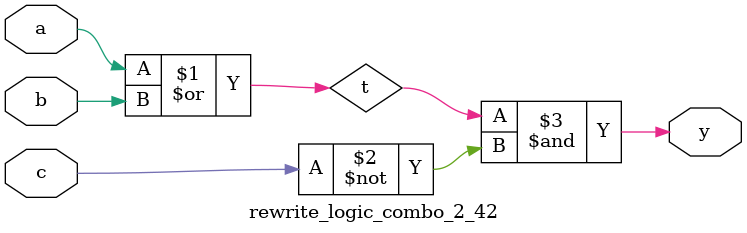
<source format=sv>
module rewrite_logic_combo_2_42(input logic a,b,c, output logic y);
  logic t;
  assign t = a | b;
  assign y = t & ~c;
endmodule

</source>
